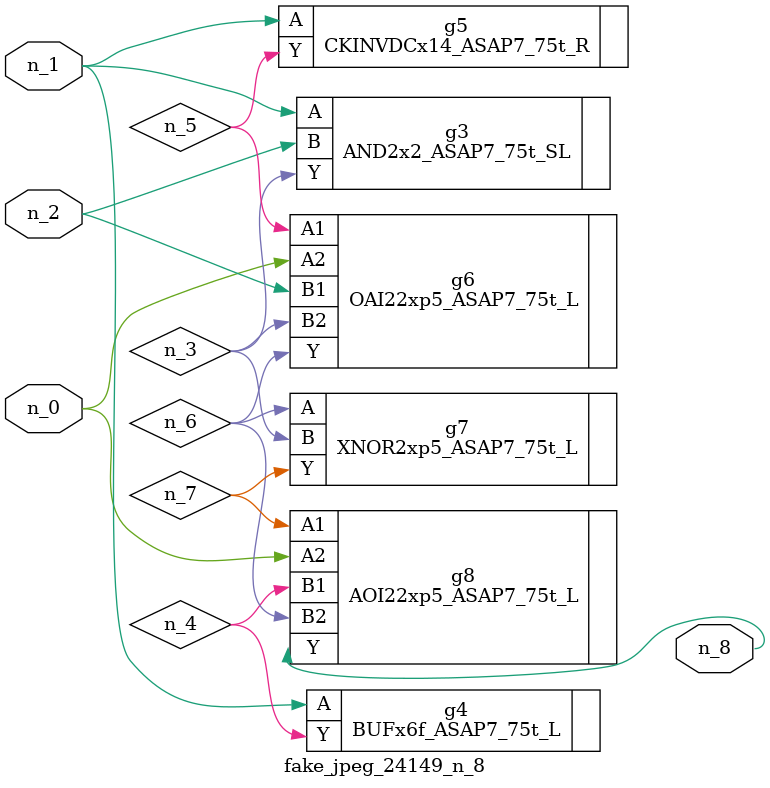
<source format=v>
module fake_jpeg_24149_n_8 (n_0, n_2, n_1, n_8);

input n_0;
input n_2;
input n_1;

output n_8;

wire n_3;
wire n_4;
wire n_6;
wire n_5;
wire n_7;

AND2x2_ASAP7_75t_SL g3 ( 
.A(n_1),
.B(n_2),
.Y(n_3)
);

BUFx6f_ASAP7_75t_L g4 ( 
.A(n_1),
.Y(n_4)
);

CKINVDCx14_ASAP7_75t_R g5 ( 
.A(n_1),
.Y(n_5)
);

OAI22xp5_ASAP7_75t_L g6 ( 
.A1(n_5),
.A2(n_0),
.B1(n_2),
.B2(n_3),
.Y(n_6)
);

XNOR2xp5_ASAP7_75t_L g7 ( 
.A(n_6),
.B(n_3),
.Y(n_7)
);

AOI22xp5_ASAP7_75t_L g8 ( 
.A1(n_7),
.A2(n_0),
.B1(n_4),
.B2(n_6),
.Y(n_8)
);


endmodule
</source>
